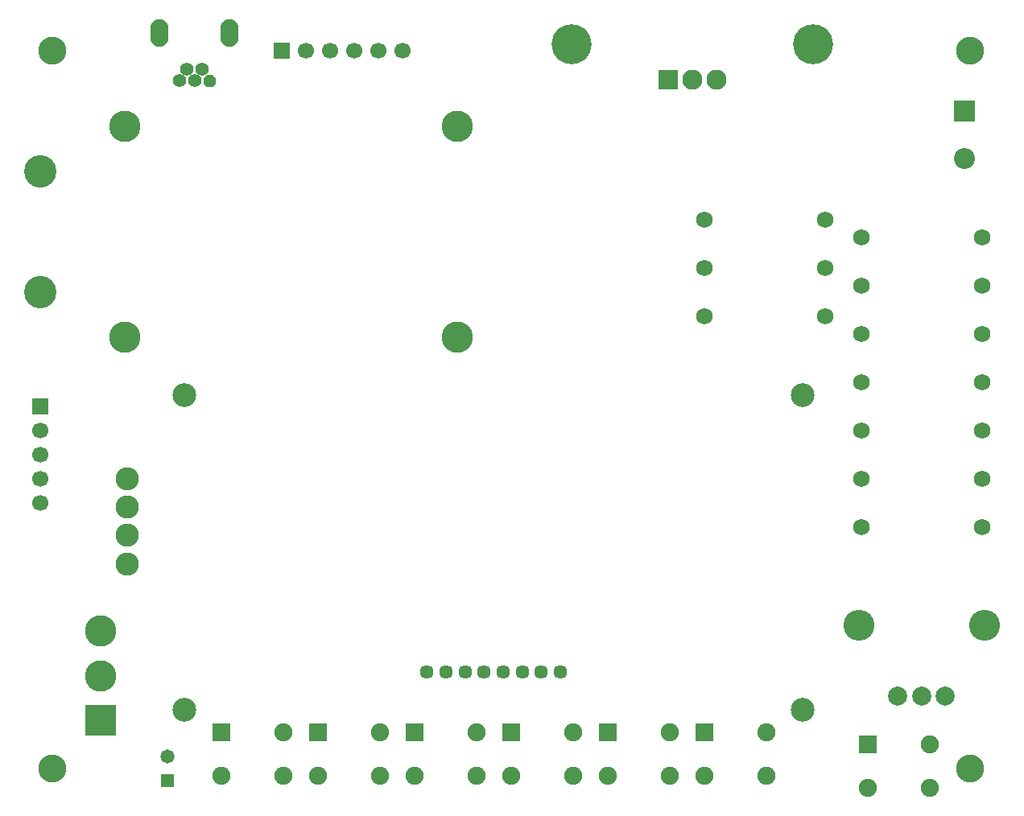
<source format=gbs>
G04 DipTrace 2.3.1.0*
%INcurrent-drain.gbs*%
%MOIN*%
%ADD16C,0.0787*%
%ADD32R,0.0748X0.0748*%
%ADD33C,0.0748*%
%ADD39R,0.0669X0.0669*%
%ADD40C,0.0669*%
%ADD52C,0.1299*%
%ADD53C,0.116*%
%ADD54C,0.0984*%
%ADD57C,0.0965*%
%ADD83C,0.128*%
%ADD86C,0.13*%
%ADD88R,0.13X0.13*%
%ADD90C,0.068*%
%ADD92C,0.068*%
%ADD94C,0.0828*%
%ADD95R,0.0828X0.0828*%
%ADD97C,0.0572*%
%ADD99C,0.0867*%
%ADD100R,0.0867X0.0867*%
%ADD102O,0.0749X0.1143*%
%ADD104C,0.0552*%
%ADD108C,0.1655*%
%ADD110R,0.058X0.058*%
%ADD112C,0.058*%
%ADD118C,0.134*%
%FSLAX44Y44*%
G04*
G70*
G90*
G75*
G01*
%LNBotMask*%
%LPD*%
D118*
X5065Y30565D3*
Y25565D3*
D52*
X22317Y32441D3*
Y23689D3*
X8565D3*
Y32440D3*
D112*
X10315Y6315D3*
D110*
Y5315D3*
D53*
X5565Y35565D3*
Y5815D3*
X43565D3*
Y35565D3*
D108*
X37065Y35815D3*
X27065D3*
D39*
X5065Y20815D3*
D40*
Y19815D3*
Y18815D3*
Y17815D3*
Y16815D3*
G36*
X12172Y34057D2*
X11958D1*
X11807Y34208D1*
Y34422D1*
X11958Y34573D1*
X12172D1*
X12323Y34422D1*
Y34208D1*
X12172Y34057D1*
G37*
D104*
X11750Y34787D3*
X11435Y34315D3*
X11120Y34787D3*
X10805Y34315D3*
D102*
X12872Y36303D3*
X9998D3*
D39*
X15065Y35565D3*
D40*
X16065D3*
X17065D3*
X18065D3*
X19065D3*
X20065D3*
D100*
X43315Y33065D3*
D99*
Y31096D3*
D97*
X21065Y9815D3*
X21852D3*
X22640D3*
X23427D3*
X24215D3*
X25002D3*
X25789D3*
X26577D3*
D57*
X8644Y17846D3*
Y16665D3*
Y15484D3*
Y14303D3*
D54*
X11026Y21311D3*
X36616D3*
X11026Y8280D3*
X36616D3*
D95*
X31065Y34377D3*
D94*
X32065D3*
X33065D3*
D92*
X44065Y15815D3*
D90*
X39065D3*
D92*
X44065Y17815D3*
D90*
X39065D3*
D92*
X44065Y19815D3*
D90*
X39065D3*
D92*
X44065Y21815D3*
D90*
X39065D3*
D92*
X44065Y23815D3*
D90*
X39065D3*
D92*
X44065Y25815D3*
D90*
X39065D3*
D92*
X44065Y27815D3*
D90*
X39065D3*
D92*
X37565Y24565D3*
D90*
X32565D3*
D92*
X37565Y26565D3*
D90*
X32565D3*
D92*
X37565Y28565D3*
D90*
X32565D3*
D88*
X7565Y7815D3*
D86*
Y9665D3*
Y11516D3*
D16*
X40565Y8815D3*
X41549D3*
X42534D3*
D83*
X38951Y11768D3*
X44148D3*
D32*
X12565Y7315D3*
D33*
Y5543D3*
X15124D3*
Y7315D3*
D32*
X32565D3*
D33*
Y5543D3*
X35124D3*
Y7315D3*
D32*
X20565D3*
D33*
Y5543D3*
X23124D3*
Y7315D3*
D32*
X28565D3*
D33*
Y5543D3*
X31124D3*
Y7315D3*
D32*
X16565D3*
D33*
Y5543D3*
X19124D3*
Y7315D3*
D32*
X39315Y6815D3*
D33*
Y5043D3*
X41874D3*
Y6815D3*
D32*
X24565Y7315D3*
D33*
Y5543D3*
X27124D3*
Y7315D3*
M02*

</source>
